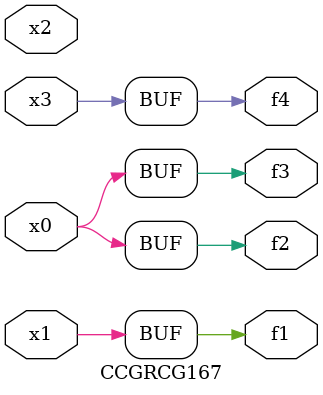
<source format=v>
module CCGRCG167(
	input x0, x1, x2, x3,
	output f1, f2, f3, f4
);
	assign f1 = x1;
	assign f2 = x0;
	assign f3 = x0;
	assign f4 = x3;
endmodule

</source>
